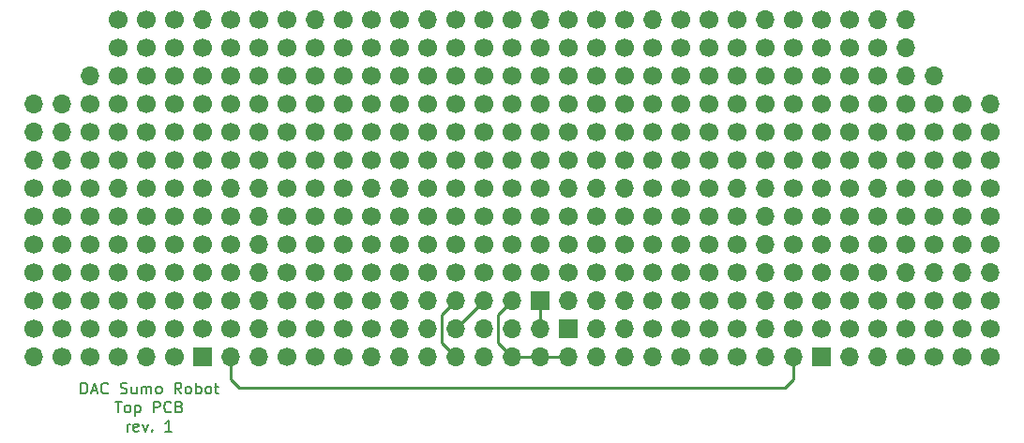
<source format=gbr>
G04 #@! TF.FileFunction,Copper,L1,Top,Signal*
%FSLAX46Y46*%
G04 Gerber Fmt 4.6, Leading zero omitted, Abs format (unit mm)*
G04 Created by KiCad (PCBNEW 4.0.7-e2-6376~58~ubuntu16.04.1) date Mon Dec  4 17:26:15 2017*
%MOMM*%
%LPD*%
G01*
G04 APERTURE LIST*
%ADD10C,0.100000*%
%ADD11C,0.200000*%
%ADD12R,1.700000X1.700000*%
%ADD13O,1.700000X1.700000*%
%ADD14C,1.700000*%
%ADD15C,0.250000*%
G04 APERTURE END LIST*
D10*
D11*
X113491142Y-107464381D02*
X113491142Y-106464381D01*
X113729237Y-106464381D01*
X113872095Y-106512000D01*
X113967333Y-106607238D01*
X114014952Y-106702476D01*
X114062571Y-106892952D01*
X114062571Y-107035810D01*
X114014952Y-107226286D01*
X113967333Y-107321524D01*
X113872095Y-107416762D01*
X113729237Y-107464381D01*
X113491142Y-107464381D01*
X114443523Y-107178667D02*
X114919714Y-107178667D01*
X114348285Y-107464381D02*
X114681618Y-106464381D01*
X115014952Y-107464381D01*
X115919714Y-107369143D02*
X115872095Y-107416762D01*
X115729238Y-107464381D01*
X115634000Y-107464381D01*
X115491142Y-107416762D01*
X115395904Y-107321524D01*
X115348285Y-107226286D01*
X115300666Y-107035810D01*
X115300666Y-106892952D01*
X115348285Y-106702476D01*
X115395904Y-106607238D01*
X115491142Y-106512000D01*
X115634000Y-106464381D01*
X115729238Y-106464381D01*
X115872095Y-106512000D01*
X115919714Y-106559619D01*
X117062571Y-107416762D02*
X117205428Y-107464381D01*
X117443524Y-107464381D01*
X117538762Y-107416762D01*
X117586381Y-107369143D01*
X117634000Y-107273905D01*
X117634000Y-107178667D01*
X117586381Y-107083429D01*
X117538762Y-107035810D01*
X117443524Y-106988190D01*
X117253047Y-106940571D01*
X117157809Y-106892952D01*
X117110190Y-106845333D01*
X117062571Y-106750095D01*
X117062571Y-106654857D01*
X117110190Y-106559619D01*
X117157809Y-106512000D01*
X117253047Y-106464381D01*
X117491143Y-106464381D01*
X117634000Y-106512000D01*
X118491143Y-106797714D02*
X118491143Y-107464381D01*
X118062571Y-106797714D02*
X118062571Y-107321524D01*
X118110190Y-107416762D01*
X118205428Y-107464381D01*
X118348286Y-107464381D01*
X118443524Y-107416762D01*
X118491143Y-107369143D01*
X118967333Y-107464381D02*
X118967333Y-106797714D01*
X118967333Y-106892952D02*
X119014952Y-106845333D01*
X119110190Y-106797714D01*
X119253048Y-106797714D01*
X119348286Y-106845333D01*
X119395905Y-106940571D01*
X119395905Y-107464381D01*
X119395905Y-106940571D02*
X119443524Y-106845333D01*
X119538762Y-106797714D01*
X119681619Y-106797714D01*
X119776857Y-106845333D01*
X119824476Y-106940571D01*
X119824476Y-107464381D01*
X120443523Y-107464381D02*
X120348285Y-107416762D01*
X120300666Y-107369143D01*
X120253047Y-107273905D01*
X120253047Y-106988190D01*
X120300666Y-106892952D01*
X120348285Y-106845333D01*
X120443523Y-106797714D01*
X120586381Y-106797714D01*
X120681619Y-106845333D01*
X120729238Y-106892952D01*
X120776857Y-106988190D01*
X120776857Y-107273905D01*
X120729238Y-107369143D01*
X120681619Y-107416762D01*
X120586381Y-107464381D01*
X120443523Y-107464381D01*
X122538762Y-107464381D02*
X122205428Y-106988190D01*
X121967333Y-107464381D02*
X121967333Y-106464381D01*
X122348286Y-106464381D01*
X122443524Y-106512000D01*
X122491143Y-106559619D01*
X122538762Y-106654857D01*
X122538762Y-106797714D01*
X122491143Y-106892952D01*
X122443524Y-106940571D01*
X122348286Y-106988190D01*
X121967333Y-106988190D01*
X123110190Y-107464381D02*
X123014952Y-107416762D01*
X122967333Y-107369143D01*
X122919714Y-107273905D01*
X122919714Y-106988190D01*
X122967333Y-106892952D01*
X123014952Y-106845333D01*
X123110190Y-106797714D01*
X123253048Y-106797714D01*
X123348286Y-106845333D01*
X123395905Y-106892952D01*
X123443524Y-106988190D01*
X123443524Y-107273905D01*
X123395905Y-107369143D01*
X123348286Y-107416762D01*
X123253048Y-107464381D01*
X123110190Y-107464381D01*
X123872095Y-107464381D02*
X123872095Y-106464381D01*
X123872095Y-106845333D02*
X123967333Y-106797714D01*
X124157810Y-106797714D01*
X124253048Y-106845333D01*
X124300667Y-106892952D01*
X124348286Y-106988190D01*
X124348286Y-107273905D01*
X124300667Y-107369143D01*
X124253048Y-107416762D01*
X124157810Y-107464381D01*
X123967333Y-107464381D01*
X123872095Y-107416762D01*
X124919714Y-107464381D02*
X124824476Y-107416762D01*
X124776857Y-107369143D01*
X124729238Y-107273905D01*
X124729238Y-106988190D01*
X124776857Y-106892952D01*
X124824476Y-106845333D01*
X124919714Y-106797714D01*
X125062572Y-106797714D01*
X125157810Y-106845333D01*
X125205429Y-106892952D01*
X125253048Y-106988190D01*
X125253048Y-107273905D01*
X125205429Y-107369143D01*
X125157810Y-107416762D01*
X125062572Y-107464381D01*
X124919714Y-107464381D01*
X125538762Y-106797714D02*
X125919714Y-106797714D01*
X125681619Y-106464381D02*
X125681619Y-107321524D01*
X125729238Y-107416762D01*
X125824476Y-107464381D01*
X125919714Y-107464381D01*
X116562571Y-108164381D02*
X117134000Y-108164381D01*
X116848285Y-109164381D02*
X116848285Y-108164381D01*
X117610190Y-109164381D02*
X117514952Y-109116762D01*
X117467333Y-109069143D01*
X117419714Y-108973905D01*
X117419714Y-108688190D01*
X117467333Y-108592952D01*
X117514952Y-108545333D01*
X117610190Y-108497714D01*
X117753048Y-108497714D01*
X117848286Y-108545333D01*
X117895905Y-108592952D01*
X117943524Y-108688190D01*
X117943524Y-108973905D01*
X117895905Y-109069143D01*
X117848286Y-109116762D01*
X117753048Y-109164381D01*
X117610190Y-109164381D01*
X118372095Y-108497714D02*
X118372095Y-109497714D01*
X118372095Y-108545333D02*
X118467333Y-108497714D01*
X118657810Y-108497714D01*
X118753048Y-108545333D01*
X118800667Y-108592952D01*
X118848286Y-108688190D01*
X118848286Y-108973905D01*
X118800667Y-109069143D01*
X118753048Y-109116762D01*
X118657810Y-109164381D01*
X118467333Y-109164381D01*
X118372095Y-109116762D01*
X120038762Y-109164381D02*
X120038762Y-108164381D01*
X120419715Y-108164381D01*
X120514953Y-108212000D01*
X120562572Y-108259619D01*
X120610191Y-108354857D01*
X120610191Y-108497714D01*
X120562572Y-108592952D01*
X120514953Y-108640571D01*
X120419715Y-108688190D01*
X120038762Y-108688190D01*
X121610191Y-109069143D02*
X121562572Y-109116762D01*
X121419715Y-109164381D01*
X121324477Y-109164381D01*
X121181619Y-109116762D01*
X121086381Y-109021524D01*
X121038762Y-108926286D01*
X120991143Y-108735810D01*
X120991143Y-108592952D01*
X121038762Y-108402476D01*
X121086381Y-108307238D01*
X121181619Y-108212000D01*
X121324477Y-108164381D01*
X121419715Y-108164381D01*
X121562572Y-108212000D01*
X121610191Y-108259619D01*
X122372096Y-108640571D02*
X122514953Y-108688190D01*
X122562572Y-108735810D01*
X122610191Y-108831048D01*
X122610191Y-108973905D01*
X122562572Y-109069143D01*
X122514953Y-109116762D01*
X122419715Y-109164381D01*
X122038762Y-109164381D01*
X122038762Y-108164381D01*
X122372096Y-108164381D01*
X122467334Y-108212000D01*
X122514953Y-108259619D01*
X122562572Y-108354857D01*
X122562572Y-108450095D01*
X122514953Y-108545333D01*
X122467334Y-108592952D01*
X122372096Y-108640571D01*
X122038762Y-108640571D01*
X117657809Y-110864381D02*
X117657809Y-110197714D01*
X117657809Y-110388190D02*
X117705428Y-110292952D01*
X117753047Y-110245333D01*
X117848285Y-110197714D01*
X117943524Y-110197714D01*
X118657810Y-110816762D02*
X118562572Y-110864381D01*
X118372095Y-110864381D01*
X118276857Y-110816762D01*
X118229238Y-110721524D01*
X118229238Y-110340571D01*
X118276857Y-110245333D01*
X118372095Y-110197714D01*
X118562572Y-110197714D01*
X118657810Y-110245333D01*
X118705429Y-110340571D01*
X118705429Y-110435810D01*
X118229238Y-110531048D01*
X119038762Y-110197714D02*
X119276857Y-110864381D01*
X119514953Y-110197714D01*
X119895905Y-110769143D02*
X119943524Y-110816762D01*
X119895905Y-110864381D01*
X119848286Y-110816762D01*
X119895905Y-110769143D01*
X119895905Y-110864381D01*
X121657810Y-110864381D02*
X121086381Y-110864381D01*
X121372095Y-110864381D02*
X121372095Y-109864381D01*
X121276857Y-110007238D01*
X121181619Y-110102476D01*
X121086381Y-110150095D01*
D12*
X154940000Y-99060000D03*
D13*
X152400000Y-99060000D03*
X149860000Y-99060000D03*
X147320000Y-99060000D03*
D12*
X157480000Y-101600000D03*
D13*
X157480000Y-104140000D03*
X154940000Y-101600000D03*
X154940000Y-104140000D03*
X152400000Y-101600000D03*
X152400000Y-104140000D03*
X149860000Y-101600000D03*
X149860000Y-104140000D03*
X147320000Y-101600000D03*
X147320000Y-104140000D03*
D12*
X180340000Y-104140000D03*
D13*
X177800000Y-104140000D03*
X175260000Y-104140000D03*
X195580000Y-81280000D03*
D14*
X195580000Y-83820000D03*
X195580000Y-86360000D03*
X195580000Y-88900000D03*
X195580000Y-91440000D03*
X195580000Y-93980000D03*
X193040000Y-93980000D03*
X193040000Y-91440000D03*
X193040000Y-88900000D03*
X193040000Y-86360000D03*
X193040000Y-83820000D03*
X193040000Y-81280000D03*
X190500000Y-81280000D03*
X190500000Y-83820000D03*
X190500000Y-86360000D03*
X190500000Y-88900000D03*
X190500000Y-91440000D03*
X190500000Y-93980000D03*
X187960000Y-93980000D03*
X187960000Y-91440000D03*
X187960000Y-88900000D03*
X187960000Y-86360000D03*
X187960000Y-83820000D03*
X187960000Y-81280000D03*
D13*
X185420000Y-73660000D03*
D14*
X185420000Y-76200000D03*
X185420000Y-78740000D03*
X185420000Y-81280000D03*
X185420000Y-83820000D03*
X185420000Y-86360000D03*
X182880000Y-86360000D03*
X182880000Y-83820000D03*
X182880000Y-81280000D03*
X182880000Y-78740000D03*
X182880000Y-76200000D03*
X182880000Y-73660000D03*
X180340000Y-73660000D03*
X180340000Y-76200000D03*
X180340000Y-78740000D03*
X180340000Y-81280000D03*
X180340000Y-83820000D03*
X180340000Y-86360000D03*
X177800000Y-86360000D03*
X177800000Y-83820000D03*
X177800000Y-81280000D03*
X177800000Y-78740000D03*
X177800000Y-76200000D03*
X177800000Y-73660000D03*
D13*
X175260000Y-73660000D03*
D14*
X175260000Y-76200000D03*
X175260000Y-78740000D03*
X175260000Y-81280000D03*
X175260000Y-83820000D03*
X175260000Y-86360000D03*
X172720000Y-86360000D03*
X172720000Y-83820000D03*
X172720000Y-81280000D03*
X172720000Y-78740000D03*
X172720000Y-76200000D03*
X172720000Y-73660000D03*
X170180000Y-73660000D03*
X170180000Y-76200000D03*
X170180000Y-78740000D03*
X170180000Y-81280000D03*
X170180000Y-83820000D03*
X170180000Y-86360000D03*
X167640000Y-86360000D03*
X167640000Y-83820000D03*
X167640000Y-81280000D03*
X167640000Y-78740000D03*
X167640000Y-76200000D03*
X167640000Y-73660000D03*
D13*
X165100000Y-73660000D03*
D14*
X165100000Y-76200000D03*
X165100000Y-78740000D03*
X165100000Y-81280000D03*
X165100000Y-83820000D03*
X165100000Y-86360000D03*
X162560000Y-86360000D03*
X162560000Y-83820000D03*
X162560000Y-81280000D03*
X162560000Y-78740000D03*
X162560000Y-76200000D03*
X162560000Y-73660000D03*
X160020000Y-73660000D03*
X160020000Y-76200000D03*
X160020000Y-78740000D03*
X160020000Y-81280000D03*
X160020000Y-83820000D03*
X160020000Y-86360000D03*
X157480000Y-86360000D03*
X157480000Y-83820000D03*
X157480000Y-81280000D03*
X157480000Y-78740000D03*
X157480000Y-76200000D03*
X157480000Y-73660000D03*
D13*
X154940000Y-73660000D03*
D14*
X154940000Y-76200000D03*
X154940000Y-78740000D03*
X154940000Y-81280000D03*
X154940000Y-83820000D03*
X154940000Y-86360000D03*
X152400000Y-86360000D03*
X152400000Y-83820000D03*
X152400000Y-81280000D03*
X152400000Y-78740000D03*
X152400000Y-76200000D03*
X152400000Y-73660000D03*
X149860000Y-73660000D03*
X149860000Y-76200000D03*
X149860000Y-78740000D03*
X149860000Y-81280000D03*
X149860000Y-83820000D03*
X149860000Y-86360000D03*
X147320000Y-86360000D03*
X147320000Y-83820000D03*
X147320000Y-81280000D03*
X147320000Y-78740000D03*
X147320000Y-76200000D03*
X147320000Y-73660000D03*
D13*
X144780000Y-73660000D03*
D14*
X144780000Y-76200000D03*
X144780000Y-78740000D03*
X144780000Y-81280000D03*
X144780000Y-83820000D03*
X144780000Y-86360000D03*
X142240000Y-86360000D03*
X142240000Y-83820000D03*
X142240000Y-81280000D03*
X142240000Y-78740000D03*
X142240000Y-76200000D03*
X142240000Y-73660000D03*
X139700000Y-73660000D03*
X139700000Y-76200000D03*
X139700000Y-78740000D03*
X139700000Y-81280000D03*
X139700000Y-83820000D03*
X139700000Y-86360000D03*
X137160000Y-86360000D03*
X137160000Y-83820000D03*
X137160000Y-81280000D03*
X137160000Y-78740000D03*
X137160000Y-76200000D03*
X137160000Y-73660000D03*
D13*
X134620000Y-73660000D03*
D14*
X134620000Y-76200000D03*
X134620000Y-78740000D03*
X134620000Y-81280000D03*
X134620000Y-83820000D03*
X134620000Y-86360000D03*
X132080000Y-86360000D03*
X132080000Y-83820000D03*
X132080000Y-81280000D03*
X132080000Y-78740000D03*
X132080000Y-76200000D03*
X132080000Y-73660000D03*
X129540000Y-73660000D03*
X129540000Y-76200000D03*
X129540000Y-78740000D03*
X129540000Y-81280000D03*
X129540000Y-83820000D03*
X129540000Y-86360000D03*
X127000000Y-86360000D03*
X127000000Y-83820000D03*
X127000000Y-81280000D03*
X127000000Y-78740000D03*
X127000000Y-76200000D03*
X127000000Y-73660000D03*
D13*
X124460000Y-73660000D03*
D14*
X124460000Y-76200000D03*
X124460000Y-78740000D03*
X124460000Y-81280000D03*
X124460000Y-83820000D03*
X124460000Y-86360000D03*
X121920000Y-86360000D03*
X121920000Y-83820000D03*
X121920000Y-81280000D03*
X121920000Y-78740000D03*
X121920000Y-76200000D03*
X121920000Y-73660000D03*
X119380000Y-73660000D03*
X119380000Y-76200000D03*
X119380000Y-78740000D03*
X119380000Y-81280000D03*
X119380000Y-83820000D03*
X119380000Y-86360000D03*
X116840000Y-86360000D03*
X116840000Y-83820000D03*
X116840000Y-81280000D03*
X116840000Y-78740000D03*
X116840000Y-76200000D03*
X116840000Y-73660000D03*
D13*
X127000000Y-88900000D03*
D14*
X127000000Y-91440000D03*
X127000000Y-93980000D03*
X127000000Y-96520000D03*
X127000000Y-99060000D03*
X127000000Y-101600000D03*
X124460000Y-101600000D03*
X124460000Y-99060000D03*
X124460000Y-96520000D03*
X124460000Y-93980000D03*
X124460000Y-91440000D03*
X124460000Y-88900000D03*
X121920000Y-88900000D03*
X121920000Y-91440000D03*
X121920000Y-93980000D03*
X121920000Y-96520000D03*
X121920000Y-99060000D03*
X121920000Y-101600000D03*
X119380000Y-101600000D03*
X119380000Y-99060000D03*
X119380000Y-96520000D03*
X119380000Y-93980000D03*
X119380000Y-91440000D03*
X119380000Y-88900000D03*
D13*
X116840000Y-88900000D03*
D14*
X116840000Y-91440000D03*
X116840000Y-93980000D03*
X116840000Y-96520000D03*
X116840000Y-99060000D03*
X116840000Y-101600000D03*
X114300000Y-101600000D03*
X114300000Y-99060000D03*
X114300000Y-96520000D03*
X114300000Y-93980000D03*
X114300000Y-91440000D03*
X114300000Y-88900000D03*
X111760000Y-88900000D03*
X111760000Y-91440000D03*
X111760000Y-93980000D03*
X111760000Y-96520000D03*
X111760000Y-99060000D03*
X111760000Y-101600000D03*
X109220000Y-101600000D03*
X109220000Y-99060000D03*
X109220000Y-96520000D03*
X109220000Y-93980000D03*
X109220000Y-91440000D03*
X109220000Y-88900000D03*
D13*
X139700000Y-88900000D03*
D14*
X139700000Y-91440000D03*
X139700000Y-93980000D03*
X139700000Y-96520000D03*
X139700000Y-99060000D03*
X139700000Y-101600000D03*
X137160000Y-101600000D03*
X137160000Y-99060000D03*
X137160000Y-96520000D03*
X137160000Y-93980000D03*
X137160000Y-91440000D03*
X137160000Y-88900000D03*
X134620000Y-88900000D03*
X134620000Y-91440000D03*
X134620000Y-93980000D03*
X134620000Y-96520000D03*
X134620000Y-99060000D03*
X134620000Y-101600000D03*
X132080000Y-101600000D03*
X132080000Y-99060000D03*
X132080000Y-96520000D03*
X132080000Y-93980000D03*
X132080000Y-91440000D03*
X132080000Y-88900000D03*
D13*
X172720000Y-88900000D03*
D14*
X172720000Y-91440000D03*
X172720000Y-93980000D03*
X172720000Y-96520000D03*
X172720000Y-99060000D03*
X172720000Y-101600000D03*
X170180000Y-101600000D03*
X170180000Y-99060000D03*
X170180000Y-96520000D03*
X170180000Y-93980000D03*
X170180000Y-91440000D03*
X170180000Y-88900000D03*
X167640000Y-88900000D03*
X167640000Y-91440000D03*
X167640000Y-93980000D03*
X167640000Y-96520000D03*
X167640000Y-99060000D03*
X167640000Y-101600000D03*
X165100000Y-101600000D03*
X165100000Y-99060000D03*
X165100000Y-96520000D03*
X165100000Y-93980000D03*
X165100000Y-91440000D03*
X165100000Y-88900000D03*
D13*
X142240000Y-88900000D03*
D14*
X144780000Y-88900000D03*
X147320000Y-88900000D03*
X149860000Y-88900000D03*
X152400000Y-88900000D03*
X154940000Y-88900000D03*
X154940000Y-91440000D03*
X152400000Y-91440000D03*
X149860000Y-91440000D03*
X147320000Y-91440000D03*
X144780000Y-91440000D03*
X142240000Y-91440000D03*
X142240000Y-93980000D03*
X144780000Y-93980000D03*
X147320000Y-93980000D03*
X149860000Y-93980000D03*
X152400000Y-93980000D03*
X154940000Y-93980000D03*
X154940000Y-96520000D03*
X152400000Y-96520000D03*
X149860000Y-96520000D03*
X147320000Y-96520000D03*
X144780000Y-96520000D03*
X142240000Y-96520000D03*
D13*
X185420000Y-88900000D03*
D14*
X185420000Y-91440000D03*
X185420000Y-93980000D03*
X185420000Y-96520000D03*
X185420000Y-99060000D03*
X185420000Y-101600000D03*
X182880000Y-101600000D03*
X182880000Y-99060000D03*
X182880000Y-96520000D03*
X182880000Y-93980000D03*
X182880000Y-91440000D03*
X182880000Y-88900000D03*
X180340000Y-88900000D03*
X180340000Y-91440000D03*
X180340000Y-93980000D03*
X180340000Y-96520000D03*
X180340000Y-99060000D03*
X180340000Y-101600000D03*
X177800000Y-101600000D03*
X177800000Y-99060000D03*
X177800000Y-96520000D03*
X177800000Y-93980000D03*
X177800000Y-91440000D03*
X177800000Y-88900000D03*
D13*
X114300000Y-78740000D03*
D14*
X114300000Y-81280000D03*
X114300000Y-83820000D03*
X114300000Y-86360000D03*
D13*
X109220000Y-104140000D03*
D14*
X111760000Y-104140000D03*
X114300000Y-104140000D03*
X116840000Y-104140000D03*
D13*
X119380000Y-104140000D03*
D14*
X121920000Y-104140000D03*
D13*
X129540000Y-104140000D03*
D14*
X132080000Y-104140000D03*
X134620000Y-104140000D03*
X137160000Y-104140000D03*
D13*
X162560000Y-88900000D03*
D14*
X162560000Y-91440000D03*
X162560000Y-93980000D03*
X162560000Y-96520000D03*
D13*
X160020000Y-88900000D03*
D14*
X160020000Y-91440000D03*
X160020000Y-93980000D03*
X160020000Y-96520000D03*
D13*
X157480000Y-88900000D03*
D14*
X157480000Y-91440000D03*
X157480000Y-93980000D03*
X157480000Y-96520000D03*
D13*
X165100000Y-104140000D03*
D14*
X167640000Y-104140000D03*
X170180000Y-104140000D03*
X172720000Y-104140000D03*
D13*
X195580000Y-96520000D03*
D14*
X195580000Y-99060000D03*
X195580000Y-101600000D03*
X195580000Y-104140000D03*
D13*
X193040000Y-96520000D03*
D14*
X193040000Y-99060000D03*
X193040000Y-101600000D03*
X193040000Y-104140000D03*
D13*
X190500000Y-96520000D03*
D14*
X190500000Y-99060000D03*
X190500000Y-101600000D03*
X190500000Y-104140000D03*
D13*
X187960000Y-96520000D03*
D14*
X187960000Y-99060000D03*
X187960000Y-101600000D03*
X187960000Y-104140000D03*
D13*
X185420000Y-104140000D03*
X182880000Y-104140000D03*
X187960000Y-73660000D03*
X187960000Y-76200000D03*
X187960000Y-78740000D03*
X190500000Y-78740000D03*
X111760000Y-81280000D03*
X109220000Y-81280000D03*
X109220000Y-83820000D03*
X111760000Y-83820000D03*
X109220000Y-86360000D03*
X111760000Y-86360000D03*
X129540000Y-88900000D03*
X129540000Y-101600000D03*
X129540000Y-99060000D03*
X129540000Y-91440000D03*
X139700000Y-104140000D03*
X142240000Y-104140000D03*
X142240000Y-101600000D03*
X142240000Y-99060000D03*
X144780000Y-99060000D03*
X144780000Y-101600000D03*
X144780000Y-104140000D03*
X157480000Y-99060000D03*
X160020000Y-99060000D03*
X162560000Y-99060000D03*
X162560000Y-101600000D03*
X160020000Y-101600000D03*
X160020000Y-104140000D03*
X162560000Y-104140000D03*
X175260000Y-101600000D03*
X175260000Y-99060000D03*
X175260000Y-91440000D03*
X175260000Y-88900000D03*
X175260000Y-93980000D03*
X175260000Y-96520000D03*
X129540000Y-93980000D03*
X129540000Y-96520000D03*
D12*
X124460000Y-104140000D03*
D13*
X127000000Y-104140000D03*
D15*
X154940000Y-99060000D02*
X154940000Y-101600000D01*
X152400000Y-104140000D02*
X154940000Y-104140000D01*
X154940000Y-104140000D02*
X157480000Y-104140000D01*
X152400000Y-99060000D02*
X151130000Y-100330000D01*
X151130000Y-102870000D02*
X152400000Y-104140000D01*
X151130000Y-100330000D02*
X151130000Y-102870000D01*
X149860000Y-99060000D02*
X147320000Y-101600000D01*
X147320000Y-99060000D02*
X146050000Y-100330000D01*
X146050000Y-102870000D02*
X147320000Y-104140000D01*
X146050000Y-100330000D02*
X146050000Y-102870000D01*
X177800000Y-104140000D02*
X177800000Y-106172000D01*
X127000000Y-106172000D02*
X127000000Y-104140000D01*
X127762000Y-106934000D02*
X127000000Y-106172000D01*
X177038000Y-106934000D02*
X127762000Y-106934000D01*
X177800000Y-106172000D02*
X177038000Y-106934000D01*
M02*

</source>
